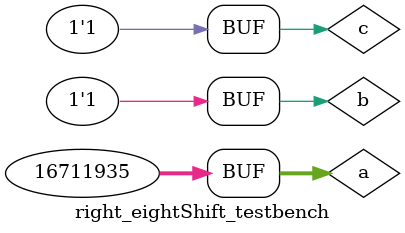
<source format=v>
`define DELAY 20
module right_eightShift_testbench(); 
reg [31:0] 	a;
reg			b,
				c;
wire [31:0] result;

right_eight_shift rs (result, a, b);

initial begin
a = 32'b11111111000000001111111100000000; b = 0; c = 0;
#`DELAY;
a = 32'b11111111000000001111111100000000; b = 0; c = 1;
#`DELAY;
a = 32'b11111111000000001111111100000000; b = 1; c = 0;
#`DELAY;
a = 32'b11111111000000001111111100000000; b = 1; c = 1;
#`DELAY;
a = 32'b00000000111111110000000011111111; b = 0; c = 0;
#`DELAY;
a = 32'b00000000111111110000000011111111; b = 0; c = 1;
#`DELAY;
a = 32'b00000000111111110000000011111111; b = 1; c = 0;
#`DELAY;
a = 32'b00000000111111110000000011111111; b = 1; c = 1;
#`DELAY;
end
 
 
initial
begin
$monitor("time = %2d, a =%1b, b=%1b, a/l= %1b, result=%1b", $time, a, b, c, result);
end
 
endmodule
</source>
